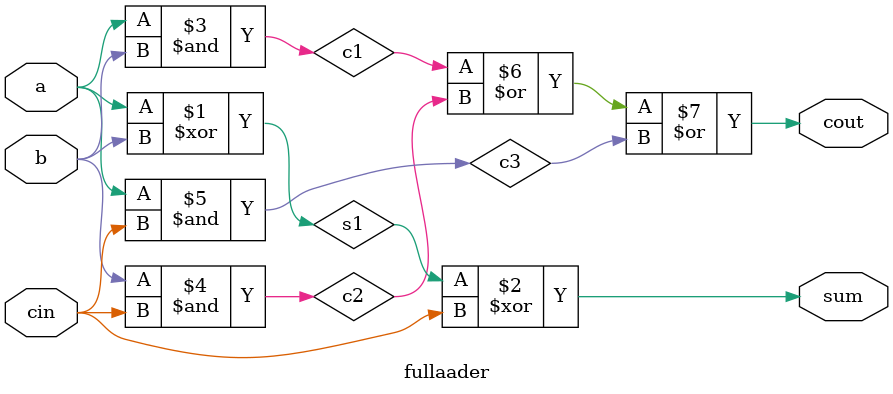
<source format=v>
module fullaader(a,b,cin,sum,cout);
input a,b,cin;
output wire sum,cout;
wire s1,c1,c2,c3;
xor(s1,a,b);
xor(sum,s1,cin);
and(c1,a,b);
and(c2,b,cin);
and(c3,a,cin);
or(cout,c1,c2,c3);
endmodule
</source>
